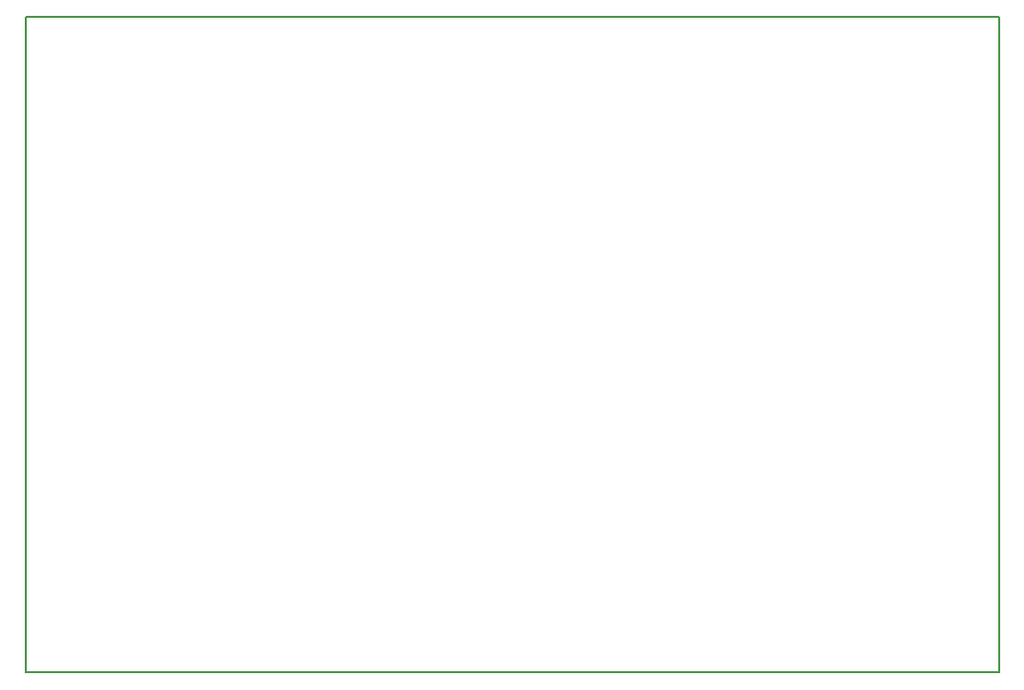
<source format=gm1>
G04 MADE WITH FRITZING*
G04 WWW.FRITZING.ORG*
G04 DOUBLE SIDED*
G04 HOLES PLATED*
G04 CONTOUR ON CENTER OF CONTOUR VECTOR*
%ASAXBY*%
%FSLAX23Y23*%
%MOIN*%
%OFA0B0*%
%SFA1.0B1.0*%
%ADD10R,3.278060X2.211170*%
%ADD11C,0.008000*%
%ADD10C,0.008*%
%LNCONTOUR*%
G90*
G70*
G54D10*
G54D11*
X4Y2207D02*
X3274Y2207D01*
X3274Y4D01*
X4Y4D01*
X4Y2207D01*
D02*
G04 End of contour*
M02*
</source>
